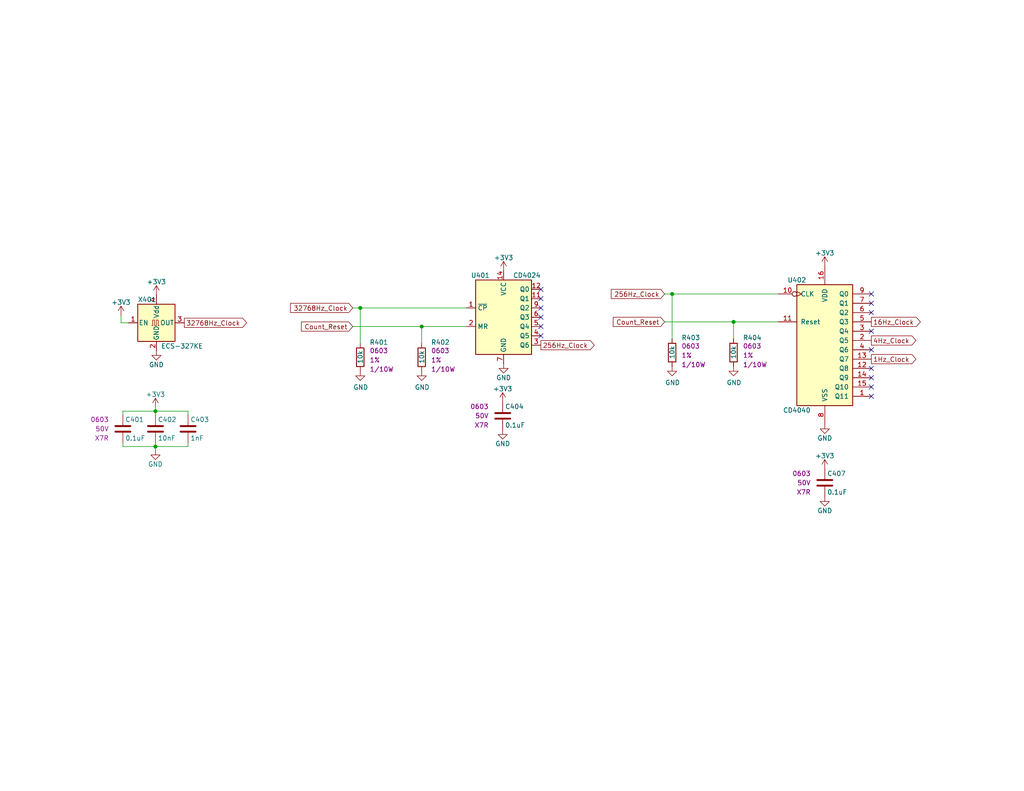
<source format=kicad_sch>
(kicad_sch (version 20230121) (generator eeschema)
  (paper "A")
  (title_block (title "Stopwatch") (date "2024-01-02") (rev "A") (company "Drew Maatman"))
  (lib_symbols
    (symbol "4xxx:4040" (pin_names (offset 1.016))
      (property "Reference" "U" (at -7.62 16.51 0))
      (property "Value" "4040" (at -7.62 -19.05 0))
      (symbol "4040_1_0"
        (pin output line (at 12.7 -15.24 180) (length 5.08) (name "Q11") (number "1"))
        (pin input inverted_clock (at -12.7 12.7 0) (length 5.08) (name "CLK") (number "10"))
        (pin input line (at -12.7 5.08 0) (length 5.08) (name "Reset") (number "11"))
        (pin output line (at 12.7 -7.62 180) (length 5.08) (name "Q8") (number "12"))
        (pin output line (at 12.7 -5.08 180) (length 5.08) (name "Q7") (number "13"))
        (pin output line (at 12.7 -10.16 180) (length 5.08) (name "Q9") (number "14"))
        (pin output line (at 12.7 -12.7 180) (length 5.08) (name "Q10") (number "15"))
        (pin power_in line (at 0 20.32 270) (length 5.08) (name "VDD") (number "16"))
        (pin output line (at 12.7 0 180) (length 5.08) (name "Q5") (number "2"))
        (pin output line (at 12.7 2.54 180) (length 5.08) (name "Q4") (number "3"))
        (pin output line (at 12.7 -2.54 180) (length 5.08) (name "Q6") (number "4"))
        (pin output line (at 12.7 5.08 180) (length 5.08) (name "Q3") (number "5"))
        (pin output line (at 12.7 7.62 180) (length 5.08) (name "Q2") (number "6"))
        (pin output line (at 12.7 10.16 180) (length 5.08) (name "Q1") (number "7"))
        (pin power_in line (at 0 -22.86 90) (length 5.08) (name "VSS") (number "8"))
        (pin output line (at 12.7 12.7 180) (length 5.08) (name "Q0") (number "9"))
      )
      (symbol "4040_1_1"
        (rectangle (start -7.62 15.24) (end 7.62 -17.78) (stroke (width 0.254)) (fill (type background)))
      )
    )
    (symbol "74xx:74HC4024"
      (property "Reference" "U" (at -6.35 11.43 0))
      (property "Value" "74HC4024" (at 6.35 11.43 0))
      (symbol "74HC4024_0_1"
        (rectangle (start -7.62 10.16) (end 7.62 -10.16) (stroke (width 0.254)) (fill (type background)))
      )
      (symbol "74HC4024_1_0"
        (pin input line (at -10.16 2.54 0) (length 2.54) (name "~{CP}") (number "1"))
        (pin no_connect line (at -7.62 5.08 0) (length 2.54) hide (name "~") (number "10"))
        (pin output line (at 10.16 5.08 180) (length 2.54) (name "Q1") (number "11"))
        (pin output line (at 10.16 7.62 180) (length 2.54) (name "Q0") (number "12"))
        (pin no_connect line (at -7.62 -5.08 0) (length 2.54) hide (name "~") (number "13"))
        (pin power_in line (at 0 12.7 270) (length 2.54) (name "VCC") (number "14"))
        (pin input line (at -10.16 -2.54 0) (length 2.54) (name "MR") (number "2"))
        (pin output line (at 10.16 -7.62 180) (length 2.54) (name "Q6") (number "3"))
        (pin output line (at 10.16 -5.08 180) (length 2.54) (name "Q5") (number "4"))
        (pin output line (at 10.16 -2.54 180) (length 2.54) (name "Q4") (number "5"))
        (pin output line (at 10.16 0 180) (length 2.54) (name "Q3") (number "6"))
        (pin power_in line (at 0 -12.7 90) (length 2.54) (name "GND") (number "7"))
        (pin no_connect line (at -7.62 7.62 0) (length 2.54) hide (name "~") (number "8"))
        (pin output line (at 10.16 2.54 180) (length 2.54) (name "Q2") (number "9"))
      )
    )
    (symbol "Custom_Library:C_Custom" (pin_numbers hide) (pin_names (offset 0.254))
      (property "Reference" "C" (at 0.635 2.54 0))
      (property "Value" "C_Custom" (at 0.635 -2.54 0))
      (property "display_footprint" "Foot" (at -3.81 2.54 0))
      (property "Voltage" "V" (at -3.81 0 0))
      (property "Dielectric" "Er" (at -3.81 -2.54 0))
      (symbol "C_Custom_0_1"
        (polyline (pts (xy -2.032 -0.762) (xy 2.032 -0.762)) (stroke (width 0.508)))
        (polyline (pts (xy -2.032 0.762) (xy 2.032 0.762)) (stroke (width 0.508)))
      )
      (symbol "C_Custom_1_1"
        (pin passive line (at 0 3.81 270) (length 2.794) (name "~") (number "1"))
        (pin passive line (at 0 -3.81 90) (length 2.794) (name "~") (number "2"))
      )
    )
    (symbol "Custom_Library:ECS-327KE" (pin_names (offset 0.254))
      (property "Reference" "X" (at -5.08 6.35 0))
      (property "Value" "ECS-327KE" (at 1.27 -6.35 0))
      (symbol "ECS-327KE_0_1"
        (rectangle (start -5.08 5.08) (end 5.08 -5.08) (stroke (width 0.254)) (fill (type background)))
        (polyline (pts (xy -1.27 -0.762) (xy -1.016 -0.762) (xy -1.016 0.762) (xy -0.508 0.762) (xy -0.508 -0.762) (xy 0 -0.762) (xy 0 0.762) (xy 0.508 0.762) (xy 0.508 -0.762) (xy 0.762 -0.762)))
      )
      (symbol "ECS-327KE_1_1"
        (pin input line (at -7.62 0 0) (length 2.54) (name "EN") (number "1"))
        (pin power_in line (at 0 -7.62 90) (length 2.54) (name "GND") (number "2"))
        (pin output line (at 7.62 0 180) (length 2.54) (name "OUT") (number "3"))
        (pin power_in line (at 0 7.62 270) (length 2.54) (name "Vdd") (number "4"))
      )
    )
    (symbol "Custom_Library:R_Custom" (pin_numbers hide) (pin_names (offset 1.016) hide)
      (property "Reference" "R" (at -2.54 0 90))
      (property "Value" "R_Custom" (at 0 0 90))
      (property "display_footprint" "Foot" (at 2.54 0 90))
      (property "Tolerance" "Tol" (at 5.08 0 90))
      (property "Wattage" "W" (at 7.62 0 90))
      (symbol "R_Custom_0_1"
        (rectangle (start 1.016 2.54) (end -1.016 -2.54) (stroke (width 0.254)))
      )
      (symbol "R_Custom_1_1"
        (pin passive line (at 0 3.81 270) (length 1.27) (name "1") (number "1"))
        (pin passive line (at 0 -3.81 90) (length 1.27) (name "2") (number "2"))
      )
    )
    (symbol "Incrementor-rescue:+3.3V-power" (power) (pin_names (offset 0))
      (property "Value" "+3.3V-power" (at 0 3.556 0))
      (symbol "+3.3V-power_0_1"
        (polyline (pts (xy -0.762 1.27) (xy 0 2.54)))
        (polyline (pts (xy 0 0) (xy 0 2.54)))
        (polyline (pts (xy 0 2.54) (xy 0.762 1.27)))
      )
      (symbol "+3.3V-power_1_1"
        (pin power_in line (at 0 0 90) (length 0) hide (name "+3V3") (number "1"))
      )
    )
    (symbol "power:GND" (power) (pin_names (offset 0))
      (property "Value" "GND" (at 0 -3.81 0))
      (symbol "GND_0_1"
        (polyline (pts (xy 0 0) (xy 0 -1.27) (xy 1.27 -1.27) (xy 0 -2.54) (xy -1.27 -1.27) (xy 0 -1.27)))
      )
      (symbol "GND_1_1"
        (pin power_in line (at 0 0 270) (length 0) hide (name "GND") (number "1"))
      )
    )
  )
  (junction (at 98.298 84.074))
  (junction (at 42.418 112.268))
  (junction (at 183.388 80.264))
  (junction (at 42.418 121.92))
  (junction (at 200.152 87.884))
  (junction (at 115.062 89.154))
  (no_connect (at 237.744 82.804))
  (no_connect (at 237.744 105.664))
  (no_connect (at 147.574 81.534))
  (no_connect (at 147.574 86.614))
  (no_connect (at 237.744 95.504))
  (no_connect (at 237.744 103.124))
  (no_connect (at 237.744 85.344))
  (no_connect (at 237.744 80.264))
  (no_connect (at 237.744 108.204))
  (no_connect (at 147.574 89.154))
  (no_connect (at 237.744 100.584))
  (no_connect (at 237.744 90.424))
  (no_connect (at 147.574 78.994))
  (no_connect (at 147.574 91.694))
  (no_connect (at 147.574 84.074))
  (wire (pts (xy 51.308 121.92) (xy 51.308 120.904)))
  (wire (pts (xy 42.418 112.268) (xy 33.528 112.268)))
  (wire (pts (xy 127.254 89.154) (xy 115.062 89.154)))
  (wire (pts (xy 42.418 112.268) (xy 42.418 113.284)))
  (wire (pts (xy 200.152 87.884) (xy 200.152 92.456)))
  (wire (pts (xy 42.418 122.936) (xy 42.418 121.92)))
  (wire (pts (xy 115.062 89.154) (xy 96.266 89.154)))
  (wire (pts (xy 33.528 121.92) (xy 33.528 120.904)))
  (wire (pts (xy 42.418 121.92) (xy 42.418 120.904)))
  (wire (pts (xy 200.152 87.884) (xy 181.356 87.884)))
  (wire (pts (xy 181.356 80.264) (xy 183.388 80.264)))
  (wire (pts (xy 33.528 112.268) (xy 33.528 113.284)))
  (wire (pts (xy 42.418 112.268) (xy 51.308 112.268)))
  (wire (pts (xy 33.02 88.138) (xy 33.02 86.106)))
  (wire (pts (xy 98.298 93.726) (xy 98.298 84.074)))
  (wire (pts (xy 115.062 89.154) (xy 115.062 93.726)))
  (wire (pts (xy 127.254 84.074) (xy 98.298 84.074)))
  (wire (pts (xy 42.418 121.92) (xy 51.308 121.92)))
  (wire (pts (xy 212.344 80.264) (xy 183.388 80.264)))
  (wire (pts (xy 42.418 121.92) (xy 33.528 121.92)))
  (wire (pts (xy 96.266 84.074) (xy 98.298 84.074)))
  (wire (pts (xy 35.052 88.138) (xy 33.02 88.138)))
  (wire (pts (xy 212.344 87.884) (xy 200.152 87.884)))
  (wire (pts (xy 183.388 80.264) (xy 183.388 92.456)))
  (wire (pts (xy 42.418 111.252) (xy 42.418 112.268)))
  (wire (pts (xy 51.308 112.268) (xy 51.308 113.284)))
  (global_label "32768Hz_Clock" (shape output) (at 50.292 88.138 0) (property "Intersheetrefs" "${INTERSHEET_REFS}" (effects hide)))
  (global_label "1Hz_Clock" (shape output) (at 237.744 98.044 0) (property "Intersheetrefs" "${INTERSHEET_REFS}" (effects hide)))
  (global_label "256Hz_Clock" (shape output) (at 147.574 94.234 0) (property "Intersheetrefs" "${INTERSHEET_REFS}" (effects hide)))
  (global_label "16Hz_Clock" (shape output) (at 237.744 87.884 0) (property "Intersheetrefs" "${INTERSHEET_REFS}" (effects hide)))
  (global_label "4Hz_Clock" (shape output) (at 237.744 92.964 0) (property "Intersheetrefs" "${INTERSHEET_REFS}" (effects hide)))
  (global_label "Count_Reset" (shape input) (at 181.356 87.884 180) (property "Intersheetrefs" "${INTERSHEET_REFS}" (effects hide)))
  (global_label "Count_Reset" (shape input) (at 96.266 89.154 180) (property "Intersheetrefs" "${INTERSHEET_REFS}" (effects hide)))
  (global_label "32768Hz_Clock" (shape input) (at 96.266 84.074 180) (property "Intersheetrefs" "${INTERSHEET_REFS}" (effects hide)))
  (global_label "256Hz_Clock" (shape input) (at 181.356 80.264 180) (property "Intersheetrefs" "${INTERSHEET_REFS}" (effects hide)))
  (symbol (lib_id "power:GND") (at 42.672 95.758 0) (unit 1)
    (property "Reference" "#PWR0402" (effects hide))
    (property "Value" "GND" (at 42.672 99.568 0))
  )
  (symbol (lib_id "74xx:74HC4024") (at 137.414 86.614 0) (unit 1)
    (property "Reference" "U401" (at 131.064 75.184 0))
    (property "Value" "CD4024" (at 143.764 75.184 0))
    (property "Footprint" "Housings_SSOP:TSSOP-14_4.4x5mm_Pitch0.65mm" (effects hide))
    (property "Datasheet" "http://www.ti.com/lit/ds/symlink/cd4020b.pdf" (effects hide))
    (property "Digi-Key PN" "296-49578-ND" (effects hide))
  )
  (symbol (lib_id "Custom_Library:C_Custom") (at 33.528 117.094 0) (unit 1)
    (property "Reference" "C401" (at 34.163 114.554 0) (effects (justify left)))
    (property "Value" "0.1uF" (at 34.163 119.634 0) (effects (justify left)))
    (property "Footprint" "Capacitors_SMD:C_0603" (effects hide))
    (property "display_footprint" "0603" (at 29.718 114.554 0) (effects (justify right)))
    (property "Voltage" "50V" (at 29.718 117.094 0) (effects (justify right)))
    (property "Dielectric" "X7R" (at 29.718 119.634 0) (effects (justify right)))
    (property "Digi-Key PN" "311-1344-1-ND" (effects hide))
    (instances (project "Stopwatch" (path "" (reference "C401") (unit 1)) (path "" (reference "C?") (unit 1))))
  )
  (symbol (lib_id "Custom_Library:C_Custom") (at 42.418 117.094 0) (unit 1)
    (property "Reference" "C402" (at 43.053 114.554 0) (effects (justify left)))
    (property "Value" "10nF" (at 43.053 119.634 0) (effects (justify left)))
    (property "Footprint" "Capacitors_SMD:C_0603" (effects hide))
    (property "display_footprint" "0603" (effects hide))
    (property "Voltage" "50V" (effects hide))
    (property "Dielectric" "X7R" (effects hide))
    (property "Digi-Key PN" "1276-1921-1-ND" (effects hide))
    (instances (project "Stopwatch" (path "" (reference "C402") (unit 1)) (path "" (reference "C?") (unit 1))))
  )
  (symbol (lib_id "Custom_Library:C_Custom") (at 51.308 117.094 0) (unit 1)
    (property "Reference" "C403" (at 51.943 114.554 0) (effects (justify left)))
    (property "Value" "1nF" (at 51.943 119.634 0) (effects (justify left)))
    (property "Footprint" "Capacitors_SMD:C_0603" (effects hide))
    (property "display_footprint" "0603" (effects hide))
    (property "Voltage" "50V" (effects hide))
    (property "Dielectric" "X7R" (effects hide))
    (property "Digi-Key PN" "1276-1018-1-ND" (effects hide))
    (instances (project "Stopwatch" (path "" (reference "C403") (unit 1)) (path "" (reference "C?") (unit 1))))
  )
  (symbol (lib_id "Incrementor-rescue:+3.3V-power") (at 42.418 111.252 0) (unit 1)
    (property "Reference" "#PWR0403" (effects hide))
    (property "Value" "+3.3V" (at 42.418 107.696 0))
  )
  (symbol (lib_id "power:GND") (at 42.418 122.936 0) (unit 1)
    (property "Reference" "#PWR0404" (effects hide))
    (property "Value" "GND" (at 42.418 126.746 0))
  )
  (symbol (lib_id "Custom_Library:R_Custom") (at 98.298 97.536 0) (unit 1)
    (property "Reference" "R401" (at 100.838 93.472 0) (effects (justify left)))
    (property "Value" "10k" (at 98.298 99.314 90) (effects (justify left)))
    (property "Footprint" "Resistors_SMD:R_0603" (effects hide))
    (property "display_footprint" "0603" (at 100.838 95.758 0) (effects (justify left)))
    (property "Tolerance" "1%" (at 100.838 98.298 0) (effects (justify left)))
    (property "Wattage" "1/10W" (at 100.838 100.838 0) (effects (justify left)))
    (property "Digi-Key PN" "RMCF0603FT10K0CT-ND" (effects hide))
    (instances (project "Stopwatch" (path "" (reference "R401") (unit 1)) (path "" (reference "R?") (unit 1))))
  )
  (symbol (lib_id "power:GND") (at 98.298 101.346 0) (unit 1)
    (property "Reference" "#PWR0405" (effects hide))
    (property "Value" "GND" (at 98.425 105.7402 0))
    (instances (project "Stopwatch" (path "" (reference "#PWR0405") (unit 1)) (path "" (reference "#PWR?") (unit 1))))
  )
  (symbol (lib_id "Incrementor-rescue:+3.3V-power") (at 137.414 73.914 0) (unit 1)
    (property "Reference" "#PWR0407" (effects hide))
    (property "Value" "+3.3V" (at 137.414 70.358 0))
  )
  (symbol (lib_id "power:GND") (at 137.414 99.314 0) (unit 1)
    (property "Reference" "#PWR0408" (effects hide))
    (property "Value" "GND" (at 137.414 103.124 0))
  )
  (symbol (lib_id "power:GND") (at 115.062 101.346 0) (unit 1)
    (property "Reference" "#PWR0406" (effects hide))
    (property "Value" "GND" (at 115.189 105.7402 0))
    (instances (project "Stopwatch" (path "" (reference "#PWR0406") (unit 1)) (path "" (reference "#PWR?") (unit 1))))
  )
  (symbol (lib_id "Custom_Library:R_Custom") (at 115.062 97.536 0) (unit 1)
    (property "Reference" "R402" (at 117.602 93.472 0) (effects (justify left)))
    (property "Value" "10k" (at 115.062 99.314 90) (effects (justify left)))
    (property "Footprint" "Resistors_SMD:R_0603" (effects hide))
    (property "display_footprint" "0603" (at 117.602 95.758 0) (effects (justify left)))
    (property "Tolerance" "1%" (at 117.602 98.298 0) (effects (justify left)))
    (property "Wattage" "1/10W" (at 117.602 100.838 0) (effects (justify left)))
    (property "Digi-Key PN" "RMCF0603FT10K0CT-ND" (effects hide))
    (instances (project "Stopwatch" (path "" (reference "R402") (unit 1)) (path "" (reference "R?") (unit 1))))
  )
  (symbol (lib_id "Custom_Library:C_Custom") (at 137.16 113.538 0) (unit 1)
    (property "Reference" "C404" (at 137.795 110.998 0) (effects (justify left)))
    (property "Value" "0.1uF" (at 137.795 116.078 0) (effects (justify left)))
    (property "Footprint" "Capacitors_SMD:C_0603" (effects hide))
    (property "display_footprint" "0603" (at 133.35 110.998 0) (effects (justify right)))
    (property "Voltage" "50V" (at 133.35 113.538 0) (effects (justify right)))
    (property "Dielectric" "X7R" (at 133.35 116.078 0) (effects (justify right)))
    (property "Digi-Key PN" "311-1344-1-ND" (effects hide))
    (instances (project "Stopwatch" (path "" (reference "C404") (unit 1)) (path "" (reference "C?") (unit 1))))
  )
  (symbol (lib_id "power:GND") (at 137.16 117.348 0) (unit 1)
    (property "Reference" "#PWR0410" (effects hide))
    (property "Value" "GND" (at 137.16 121.158 0))
  )
  (symbol (lib_id "4xxx:4040") (at 225.044 92.964 0) (unit 1)
    (property "Reference" "U402" (at 217.424 76.454 0))
    (property "Value" "CD4040" (at 217.424 112.014 0))
    (property "Footprint" "Custom Footprints Library:DHVQFN16-1ep_3p5x2p5mm" (effects hide))
    (property "Datasheet" "http://www.intersil.com/content/dam/Intersil/documents/cd40/cd4020bms-24bms-40bms.pdf" (effects hide))
    (property "Digi-Key PN" "1727-7992-1-ND" (effects hide))
  )
  (symbol (lib_id "power:GND") (at 225.044 115.824 0) (unit 1)
    (property "Reference" "#PWR0414" (effects hide))
    (property "Value" "GND" (at 225.044 119.634 0))
  )
  (symbol (lib_id "Incrementor-rescue:+3.3V-power") (at 225.044 72.644 0) (unit 1)
    (property "Reference" "#PWR0413" (effects hide))
    (property "Value" "+3.3V" (at 225.044 69.088 0))
  )
  (symbol (lib_id "Custom_Library:R_Custom") (at 200.152 96.266 0) (unit 1)
    (property "Reference" "R404" (at 202.692 92.202 0) (effects (justify left)))
    (property "Value" "10k" (at 200.152 98.044 90) (effects (justify left)))
    (property "Footprint" "Resistors_SMD:R_0603" (effects hide))
    (property "display_footprint" "0603" (at 202.692 94.488 0) (effects (justify left)))
    (property "Tolerance" "1%" (at 202.692 97.028 0) (effects (justify left)))
    (property "Wattage" "1/10W" (at 202.692 99.568 0) (effects (justify left)))
    (property "Digi-Key PN" "RMCF0603FT10K0CT-ND" (effects hide))
    (instances (project "Stopwatch" (path "" (reference "R404") (unit 1)) (path "" (reference "R?") (unit 1))))
  )
  (symbol (lib_id "power:GND") (at 200.152 100.076 0) (unit 1)
    (property "Reference" "#PWR0412" (effects hide))
    (property "Value" "GND" (at 200.279 104.4702 0))
    (instances (project "Stopwatch" (path "" (reference "#PWR0412") (unit 1)) (path "" (reference "#PWR?") (unit 1))))
  )
  (symbol (lib_id "Custom_Library:R_Custom") (at 183.388 96.266 0) (unit 1)
    (property "Reference" "R403" (at 185.928 92.202 0) (effects (justify left)))
    (property "Value" "10k" (at 183.388 98.044 90) (effects (justify left)))
    (property "Footprint" "Resistors_SMD:R_0603" (effects hide))
    (property "display_footprint" "0603" (at 185.928 94.488 0) (effects (justify left)))
    (property "Tolerance" "1%" (at 185.928 97.028 0) (effects (justify left)))
    (property "Wattage" "1/10W" (at 185.928 99.568 0) (effects (justify left)))
    (property "Digi-Key PN" "RMCF0603FT10K0CT-ND" (effects hide))
    (instances (project "Stopwatch" (path "" (reference "R403") (unit 1)) (path "" (reference "R?") (unit 1))))
  )
  (symbol (lib_id "power:GND") (at 183.388 100.076 0) (unit 1)
    (property "Reference" "#PWR0411" (effects hide))
    (property "Value" "GND" (at 183.515 104.4702 0))
    (instances (project "Stopwatch" (path "" (reference "#PWR0411") (unit 1)) (path "" (reference "#PWR?") (unit 1))))
  )
  (symbol (lib_id "Custom_Library:C_Custom") (at 225.044 131.826 0) (unit 1)
    (property "Reference" "C407" (at 225.679 129.286 0) (effects (justify left)))
    (property "Value" "0.1uF" (at 225.679 134.366 0) (effects (justify left)))
    (property "Footprint" "Capacitors_SMD:C_0603" (effects hide))
    (property "display_footprint" "0603" (at 221.234 129.286 0) (effects (justify right)))
    (property "Voltage" "50V" (at 221.234 131.826 0) (effects (justify right)))
    (property "Dielectric" "X7R" (at 221.234 134.366 0) (effects (justify right)))
    (property "Digi-Key PN" "311-1344-1-ND" (effects hide))
    (instances (project "Stopwatch" (path "" (reference "C407") (unit 1)) (path "" (reference "C?") (unit 1))))
  )
  (symbol (lib_id "Incrementor-rescue:+3.3V-power") (at 225.044 128.016 0) (unit 1)
    (property "Reference" "#PWR0415" (effects hide))
    (property "Value" "+3.3V" (at 225.044 124.46 0))
  )
  (symbol (lib_id "power:GND") (at 225.044 135.636 0) (unit 1)
    (property "Reference" "#PWR0416" (effects hide))
    (property "Value" "GND" (at 225.044 139.446 0))
  )
  (symbol (lib_id "Incrementor-rescue:+3.3V-power") (at 137.16 109.728 0) (unit 1)
    (property "Reference" "#PWR0409" (effects hide))
    (property "Value" "+3.3V" (at 137.16 106.172 0))
  )
  (symbol (lib_id "Incrementor-rescue:+3.3V-power") (at 42.672 80.518 0) (unit 1)
    (property "Reference" "#PWR?" (effects hide))
    (property "Value" "+3.3V" (at 42.672 76.962 0))
  )
  (symbol (lib_id "Incrementor-rescue:+3.3V-power") (at 33.02 86.106 0) (unit 1)
    (property "Reference" "#PWR?" (effects hide))
    (property "Value" "+3.3V" (at 33.02 82.55 0))
  )
  (symbol (lib_id "Custom_Library:ECS-327KE") (at 42.672 88.138 0) (unit 1)
    (property "Reference" "X401" (at 37.592 81.788 0) (effects (justify left)))
    (property "Value" "ECS-327KE" (at 43.942 94.488 0) (effects (justify left)))
    (property "Footprint" "Custom Footprints Library:ECS-327KE" (effects hide))
    (property "Digi-Key PN" "XC1751CT-ND" (effects hide))
  )
)
</source>
